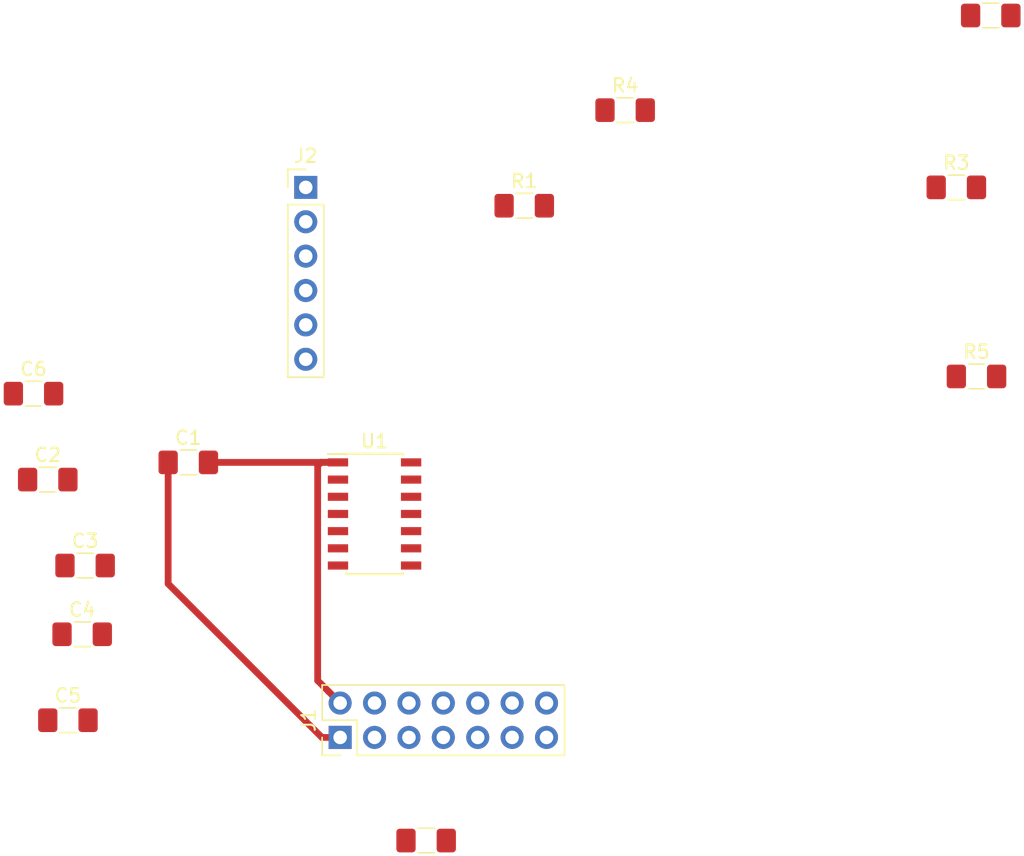
<source format=kicad_pcb>
(kicad_pcb (version 20171130) (host pcbnew "(5.0.0)")

  (general
    (thickness 1.6)
    (drawings 0)
    (tracks 9)
    (zones 0)
    (modules 15)
    (nets 21)
  )

  (page A4)
  (layers
    (0 F.Cu signal)
    (31 B.Cu signal hide)
    (32 B.Adhes user hide)
    (33 F.Adhes user hide)
    (34 B.Paste user hide)
    (35 F.Paste user hide)
    (36 B.SilkS user hide)
    (37 F.SilkS user)
    (38 B.Mask user hide)
    (39 F.Mask user)
    (40 Dwgs.User user hide)
    (41 Cmts.User user hide)
    (42 Eco1.User user hide)
    (43 Eco2.User user hide)
    (44 Edge.Cuts user hide)
    (45 Margin user hide)
    (46 B.CrtYd user)
    (47 F.CrtYd user)
    (48 B.Fab user hide)
    (49 F.Fab user)
  )

  (setup
    (last_trace_width 0.25)
    (trace_clearance 0.2)
    (zone_clearance 0.508)
    (zone_45_only no)
    (trace_min 0.2)
    (segment_width 0.2)
    (edge_width 0.15)
    (via_size 0.8)
    (via_drill 0.4)
    (via_min_size 0.4)
    (via_min_drill 0.3)
    (uvia_size 0.3)
    (uvia_drill 0.1)
    (uvias_allowed no)
    (uvia_min_size 0.2)
    (uvia_min_drill 0.1)
    (pcb_text_width 0.3)
    (pcb_text_size 1.5 1.5)
    (mod_edge_width 0.15)
    (mod_text_size 1 1)
    (mod_text_width 0.15)
    (pad_size 1.524 1.524)
    (pad_drill 0.762)
    (pad_to_mask_clearance 0.2)
    (aux_axis_origin 0 0)
    (visible_elements 7FFFE7DF)
    (pcbplotparams
      (layerselection 0x010fc_ffffffff)
      (usegerberextensions false)
      (usegerberattributes false)
      (usegerberadvancedattributes false)
      (creategerberjobfile false)
      (excludeedgelayer true)
      (linewidth 0.100000)
      (plotframeref false)
      (viasonmask false)
      (mode 1)
      (useauxorigin false)
      (hpglpennumber 1)
      (hpglpenspeed 20)
      (hpglpendiameter 15.000000)
      (psnegative false)
      (psa4output false)
      (plotreference true)
      (plotvalue true)
      (plotinvisibletext false)
      (padsonsilk false)
      (subtractmaskfromsilk false)
      (outputformat 1)
      (mirror false)
      (drillshape 1)
      (scaleselection 1)
      (outputdirectory ""))
  )

  (net 0 "")
  (net 1 "Net-(C1-Pad1)")
  (net 2 "Net-(C1-Pad2)")
  (net 3 "Net-(C2-Pad2)")
  (net 4 "Net-(C2-Pad1)")
  (net 5 "Net-(C3-Pad1)")
  (net 6 "Net-(C3-Pad2)")
  (net 7 "Net-(C4-Pad2)")
  (net 8 "Net-(C4-Pad1)")
  (net 9 "Net-(C5-Pad1)")
  (net 10 "Net-(C5-Pad2)")
  (net 11 "Net-(C6-Pad2)")
  (net 12 "Net-(C6-Pad1)")
  (net 13 VDC)
  (net 14 GND)
  (net 15 "Net-(J2-Pad1)")
  (net 16 "Net-(J2-Pad2)")
  (net 17 "Net-(J2-Pad3)")
  (net 18 "Net-(J2-Pad4)")
  (net 19 "Net-(J2-Pad5)")
  (net 20 "Net-(J2-Pad6)")

  (net_class Default "Это класс цепей по умолчанию."
    (clearance 0.2)
    (trace_width 0.25)
    (via_dia 0.8)
    (via_drill 0.4)
    (uvia_dia 0.3)
    (uvia_drill 0.1)
  )

  (net_class My ""
    (clearance 0.5)
    (trace_width 0.5)
    (via_dia 0.8)
    (via_drill 0.4)
    (uvia_dia 0.3)
    (uvia_drill 0.1)
    (add_net GND)
    (add_net "Net-(C1-Pad1)")
    (add_net "Net-(C1-Pad2)")
    (add_net "Net-(C2-Pad1)")
    (add_net "Net-(C2-Pad2)")
    (add_net "Net-(C3-Pad1)")
    (add_net "Net-(C3-Pad2)")
    (add_net "Net-(C4-Pad1)")
    (add_net "Net-(C4-Pad2)")
    (add_net "Net-(C5-Pad1)")
    (add_net "Net-(C5-Pad2)")
    (add_net "Net-(C6-Pad1)")
    (add_net "Net-(C6-Pad2)")
    (add_net "Net-(J2-Pad1)")
    (add_net "Net-(J2-Pad2)")
    (add_net "Net-(J2-Pad3)")
    (add_net "Net-(J2-Pad4)")
    (add_net "Net-(J2-Pad5)")
    (add_net "Net-(J2-Pad6)")
    (add_net VDC)
  )

  (module Package_SO:SOIC-14_3.9x8.7mm_P1.27mm (layer F.Cu) (tedit 5A02F2D3) (tstamp 5BC953D7)
    (at 111.76 113.03)
    (descr "14-Lead Plastic Small Outline (SL) - Narrow, 3.90 mm Body [SOIC] (see Microchip Packaging Specification 00000049BS.pdf)")
    (tags "SOIC 1.27")
    (path /5BB66F0C)
    (attr smd)
    (fp_text reference U1 (at 0 -5.375) (layer F.SilkS)
      (effects (font (size 1 1) (thickness 0.15)))
    )
    (fp_text value 74HC14 (at 0 5.375) (layer F.Fab)
      (effects (font (size 1 1) (thickness 0.15)))
    )
    (fp_text user %R (at 0 0) (layer F.Fab)
      (effects (font (size 0.9 0.9) (thickness 0.135)))
    )
    (fp_line (start -0.95 -4.35) (end 1.95 -4.35) (layer F.Fab) (width 0.15))
    (fp_line (start 1.95 -4.35) (end 1.95 4.35) (layer F.Fab) (width 0.15))
    (fp_line (start 1.95 4.35) (end -1.95 4.35) (layer F.Fab) (width 0.15))
    (fp_line (start -1.95 4.35) (end -1.95 -3.35) (layer F.Fab) (width 0.15))
    (fp_line (start -1.95 -3.35) (end -0.95 -4.35) (layer F.Fab) (width 0.15))
    (fp_line (start -3.7 -4.65) (end -3.7 4.65) (layer F.CrtYd) (width 0.05))
    (fp_line (start 3.7 -4.65) (end 3.7 4.65) (layer F.CrtYd) (width 0.05))
    (fp_line (start -3.7 -4.65) (end 3.7 -4.65) (layer F.CrtYd) (width 0.05))
    (fp_line (start -3.7 4.65) (end 3.7 4.65) (layer F.CrtYd) (width 0.05))
    (fp_line (start -2.075 -4.45) (end -2.075 -4.425) (layer F.SilkS) (width 0.15))
    (fp_line (start 2.075 -4.45) (end 2.075 -4.335) (layer F.SilkS) (width 0.15))
    (fp_line (start 2.075 4.45) (end 2.075 4.335) (layer F.SilkS) (width 0.15))
    (fp_line (start -2.075 4.45) (end -2.075 4.335) (layer F.SilkS) (width 0.15))
    (fp_line (start -2.075 -4.45) (end 2.075 -4.45) (layer F.SilkS) (width 0.15))
    (fp_line (start -2.075 4.45) (end 2.075 4.45) (layer F.SilkS) (width 0.15))
    (fp_line (start -2.075 -4.425) (end -3.45 -4.425) (layer F.SilkS) (width 0.15))
    (pad 1 smd rect (at -2.7 -3.81) (size 1.5 0.6) (layers F.Cu F.Paste F.Mask)
      (net 2 "Net-(C1-Pad2)"))
    (pad 2 smd rect (at -2.7 -2.54) (size 1.5 0.6) (layers F.Cu F.Paste F.Mask)
      (net 15 "Net-(J2-Pad1)"))
    (pad 3 smd rect (at -2.7 -1.27) (size 1.5 0.6) (layers F.Cu F.Paste F.Mask)
      (net 3 "Net-(C2-Pad2)"))
    (pad 4 smd rect (at -2.7 0) (size 1.5 0.6) (layers F.Cu F.Paste F.Mask)
      (net 16 "Net-(J2-Pad2)"))
    (pad 5 smd rect (at -2.7 1.27) (size 1.5 0.6) (layers F.Cu F.Paste F.Mask)
      (net 6 "Net-(C3-Pad2)"))
    (pad 6 smd rect (at -2.7 2.54) (size 1.5 0.6) (layers F.Cu F.Paste F.Mask)
      (net 17 "Net-(J2-Pad3)"))
    (pad 7 smd rect (at -2.7 3.81) (size 1.5 0.6) (layers F.Cu F.Paste F.Mask)
      (net 14 GND))
    (pad 8 smd rect (at 2.7 3.81) (size 1.5 0.6) (layers F.Cu F.Paste F.Mask)
      (net 18 "Net-(J2-Pad4)"))
    (pad 9 smd rect (at 2.7 2.54) (size 1.5 0.6) (layers F.Cu F.Paste F.Mask)
      (net 7 "Net-(C4-Pad2)"))
    (pad 10 smd rect (at 2.7 1.27) (size 1.5 0.6) (layers F.Cu F.Paste F.Mask)
      (net 19 "Net-(J2-Pad5)"))
    (pad 11 smd rect (at 2.7 0) (size 1.5 0.6) (layers F.Cu F.Paste F.Mask)
      (net 10 "Net-(C5-Pad2)"))
    (pad 12 smd rect (at 2.7 -1.27) (size 1.5 0.6) (layers F.Cu F.Paste F.Mask)
      (net 20 "Net-(J2-Pad6)"))
    (pad 13 smd rect (at 2.7 -2.54) (size 1.5 0.6) (layers F.Cu F.Paste F.Mask)
      (net 11 "Net-(C6-Pad2)"))
    (pad 14 smd rect (at 2.7 -3.81) (size 1.5 0.6) (layers F.Cu F.Paste F.Mask)
      (net 13 VDC))
    (model ${KISYS3DMOD}/Package_SO.3dshapes/SOIC-14_3.9x8.7mm_P1.27mm.wrl
      (at (xyz 0 0 0))
      (scale (xyz 1 1 1))
      (rotate (xyz 0 0 0))
    )
  )

  (module Capacitor_SMD:C_1206_3216Metric_Pad1.42x1.75mm_HandSolder (layer F.Cu) (tedit 5B301BBE) (tstamp 5BC952BB)
    (at 98.0075 109.22)
    (descr "Capacitor SMD 1206 (3216 Metric), square (rectangular) end terminal, IPC_7351 nominal with elongated pad for handsoldering. (Body size source: http://www.tortai-tech.com/upload/download/2011102023233369053.pdf), generated with kicad-footprint-generator")
    (tags "capacitor handsolder")
    (path /5BB6BD52)
    (attr smd)
    (fp_text reference C1 (at 0 -1.82) (layer F.SilkS)
      (effects (font (size 1 1) (thickness 0.15)))
    )
    (fp_text value C100p (at 0 1.82) (layer F.Fab)
      (effects (font (size 1 1) (thickness 0.15)))
    )
    (fp_line (start -1.6 0.8) (end -1.6 -0.8) (layer F.Fab) (width 0.1))
    (fp_line (start -1.6 -0.8) (end 1.6 -0.8) (layer F.Fab) (width 0.1))
    (fp_line (start 1.6 -0.8) (end 1.6 0.8) (layer F.Fab) (width 0.1))
    (fp_line (start 1.6 0.8) (end -1.6 0.8) (layer F.Fab) (width 0.1))
    (fp_line (start -0.602064 -0.91) (end 0.602064 -0.91) (layer F.SilkS) (width 0.12))
    (fp_line (start -0.602064 0.91) (end 0.602064 0.91) (layer F.SilkS) (width 0.12))
    (fp_line (start -2.45 1.12) (end -2.45 -1.12) (layer F.CrtYd) (width 0.05))
    (fp_line (start -2.45 -1.12) (end 2.45 -1.12) (layer F.CrtYd) (width 0.05))
    (fp_line (start 2.45 -1.12) (end 2.45 1.12) (layer F.CrtYd) (width 0.05))
    (fp_line (start 2.45 1.12) (end -2.45 1.12) (layer F.CrtYd) (width 0.05))
    (fp_text user %R (at 0 0) (layer F.Fab)
      (effects (font (size 0.8 0.8) (thickness 0.12)))
    )
    (pad 1 smd roundrect (at -1.4875 0) (size 1.425 1.75) (layers F.Cu F.Paste F.Mask) (roundrect_rratio 0.175439)
      (net 1 "Net-(C1-Pad1)"))
    (pad 2 smd roundrect (at 1.4875 0) (size 1.425 1.75) (layers F.Cu F.Paste F.Mask) (roundrect_rratio 0.175439)
      (net 2 "Net-(C1-Pad2)"))
    (model ${KISYS3DMOD}/Capacitor_SMD.3dshapes/C_1206_3216Metric.wrl
      (at (xyz 0 0 0))
      (scale (xyz 1 1 1))
      (rotate (xyz 0 0 0))
    )
  )

  (module Capacitor_SMD:C_1206_3216Metric_Pad1.42x1.75mm_HandSolder (layer F.Cu) (tedit 5B301BBE) (tstamp 5BC952CC)
    (at 87.63 110.49)
    (descr "Capacitor SMD 1206 (3216 Metric), square (rectangular) end terminal, IPC_7351 nominal with elongated pad for handsoldering. (Body size source: http://www.tortai-tech.com/upload/download/2011102023233369053.pdf), generated with kicad-footprint-generator")
    (tags "capacitor handsolder")
    (path /5BB6D18B)
    (attr smd)
    (fp_text reference C2 (at 0 -1.82) (layer F.SilkS)
      (effects (font (size 1 1) (thickness 0.15)))
    )
    (fp_text value C100p (at 0 1.82) (layer F.Fab)
      (effects (font (size 1 1) (thickness 0.15)))
    )
    (fp_text user %R (at 0 0) (layer F.Fab)
      (effects (font (size 0.8 0.8) (thickness 0.12)))
    )
    (fp_line (start 2.45 1.12) (end -2.45 1.12) (layer F.CrtYd) (width 0.05))
    (fp_line (start 2.45 -1.12) (end 2.45 1.12) (layer F.CrtYd) (width 0.05))
    (fp_line (start -2.45 -1.12) (end 2.45 -1.12) (layer F.CrtYd) (width 0.05))
    (fp_line (start -2.45 1.12) (end -2.45 -1.12) (layer F.CrtYd) (width 0.05))
    (fp_line (start -0.602064 0.91) (end 0.602064 0.91) (layer F.SilkS) (width 0.12))
    (fp_line (start -0.602064 -0.91) (end 0.602064 -0.91) (layer F.SilkS) (width 0.12))
    (fp_line (start 1.6 0.8) (end -1.6 0.8) (layer F.Fab) (width 0.1))
    (fp_line (start 1.6 -0.8) (end 1.6 0.8) (layer F.Fab) (width 0.1))
    (fp_line (start -1.6 -0.8) (end 1.6 -0.8) (layer F.Fab) (width 0.1))
    (fp_line (start -1.6 0.8) (end -1.6 -0.8) (layer F.Fab) (width 0.1))
    (pad 2 smd roundrect (at 1.4875 0) (size 1.425 1.75) (layers F.Cu F.Paste F.Mask) (roundrect_rratio 0.175439)
      (net 3 "Net-(C2-Pad2)"))
    (pad 1 smd roundrect (at -1.4875 0) (size 1.425 1.75) (layers F.Cu F.Paste F.Mask) (roundrect_rratio 0.175439)
      (net 4 "Net-(C2-Pad1)"))
    (model ${KISYS3DMOD}/Capacitor_SMD.3dshapes/C_1206_3216Metric.wrl
      (at (xyz 0 0 0))
      (scale (xyz 1 1 1))
      (rotate (xyz 0 0 0))
    )
  )

  (module Capacitor_SMD:C_1206_3216Metric_Pad1.42x1.75mm_HandSolder (layer F.Cu) (tedit 5B301BBE) (tstamp 5BC95C34)
    (at 90.3875 116.84)
    (descr "Capacitor SMD 1206 (3216 Metric), square (rectangular) end terminal, IPC_7351 nominal with elongated pad for handsoldering. (Body size source: http://www.tortai-tech.com/upload/download/2011102023233369053.pdf), generated with kicad-footprint-generator")
    (tags "capacitor handsolder")
    (path /5BB6D1D0)
    (attr smd)
    (fp_text reference C3 (at 0 -1.82) (layer F.SilkS)
      (effects (font (size 1 1) (thickness 0.15)))
    )
    (fp_text value C100p (at 0 1.82) (layer F.Fab)
      (effects (font (size 1 1) (thickness 0.15)))
    )
    (fp_line (start -1.6 0.8) (end -1.6 -0.8) (layer F.Fab) (width 0.1))
    (fp_line (start -1.6 -0.8) (end 1.6 -0.8) (layer F.Fab) (width 0.1))
    (fp_line (start 1.6 -0.8) (end 1.6 0.8) (layer F.Fab) (width 0.1))
    (fp_line (start 1.6 0.8) (end -1.6 0.8) (layer F.Fab) (width 0.1))
    (fp_line (start -0.602064 -0.91) (end 0.602064 -0.91) (layer F.SilkS) (width 0.12))
    (fp_line (start -0.602064 0.91) (end 0.602064 0.91) (layer F.SilkS) (width 0.12))
    (fp_line (start -2.45 1.12) (end -2.45 -1.12) (layer F.CrtYd) (width 0.05))
    (fp_line (start -2.45 -1.12) (end 2.45 -1.12) (layer F.CrtYd) (width 0.05))
    (fp_line (start 2.45 -1.12) (end 2.45 1.12) (layer F.CrtYd) (width 0.05))
    (fp_line (start 2.45 1.12) (end -2.45 1.12) (layer F.CrtYd) (width 0.05))
    (fp_text user %R (at 0 0) (layer F.Fab)
      (effects (font (size 0.8 0.8) (thickness 0.12)))
    )
    (pad 1 smd roundrect (at -1.4875 0) (size 1.425 1.75) (layers F.Cu F.Paste F.Mask) (roundrect_rratio 0.175439)
      (net 5 "Net-(C3-Pad1)"))
    (pad 2 smd roundrect (at 1.4875 0) (size 1.425 1.75) (layers F.Cu F.Paste F.Mask) (roundrect_rratio 0.175439)
      (net 6 "Net-(C3-Pad2)"))
    (model ${KISYS3DMOD}/Capacitor_SMD.3dshapes/C_1206_3216Metric.wrl
      (at (xyz 0 0 0))
      (scale (xyz 1 1 1))
      (rotate (xyz 0 0 0))
    )
  )

  (module Capacitor_SMD:C_1206_3216Metric_Pad1.42x1.75mm_HandSolder (layer F.Cu) (tedit 5B301BBE) (tstamp 5BC952EE)
    (at 90.17 121.92)
    (descr "Capacitor SMD 1206 (3216 Metric), square (rectangular) end terminal, IPC_7351 nominal with elongated pad for handsoldering. (Body size source: http://www.tortai-tech.com/upload/download/2011102023233369053.pdf), generated with kicad-footprint-generator")
    (tags "capacitor handsolder")
    (path /5BB6D20B)
    (attr smd)
    (fp_text reference C4 (at 0 -1.82) (layer F.SilkS)
      (effects (font (size 1 1) (thickness 0.15)))
    )
    (fp_text value C100p (at 0 1.82) (layer F.Fab)
      (effects (font (size 1 1) (thickness 0.15)))
    )
    (fp_text user %R (at 0 0) (layer F.Fab)
      (effects (font (size 0.8 0.8) (thickness 0.12)))
    )
    (fp_line (start 2.45 1.12) (end -2.45 1.12) (layer F.CrtYd) (width 0.05))
    (fp_line (start 2.45 -1.12) (end 2.45 1.12) (layer F.CrtYd) (width 0.05))
    (fp_line (start -2.45 -1.12) (end 2.45 -1.12) (layer F.CrtYd) (width 0.05))
    (fp_line (start -2.45 1.12) (end -2.45 -1.12) (layer F.CrtYd) (width 0.05))
    (fp_line (start -0.602064 0.91) (end 0.602064 0.91) (layer F.SilkS) (width 0.12))
    (fp_line (start -0.602064 -0.91) (end 0.602064 -0.91) (layer F.SilkS) (width 0.12))
    (fp_line (start 1.6 0.8) (end -1.6 0.8) (layer F.Fab) (width 0.1))
    (fp_line (start 1.6 -0.8) (end 1.6 0.8) (layer F.Fab) (width 0.1))
    (fp_line (start -1.6 -0.8) (end 1.6 -0.8) (layer F.Fab) (width 0.1))
    (fp_line (start -1.6 0.8) (end -1.6 -0.8) (layer F.Fab) (width 0.1))
    (pad 2 smd roundrect (at 1.4875 0) (size 1.425 1.75) (layers F.Cu F.Paste F.Mask) (roundrect_rratio 0.175439)
      (net 7 "Net-(C4-Pad2)"))
    (pad 1 smd roundrect (at -1.4875 0) (size 1.425 1.75) (layers F.Cu F.Paste F.Mask) (roundrect_rratio 0.175439)
      (net 8 "Net-(C4-Pad1)"))
    (model ${KISYS3DMOD}/Capacitor_SMD.3dshapes/C_1206_3216Metric.wrl
      (at (xyz 0 0 0))
      (scale (xyz 1 1 1))
      (rotate (xyz 0 0 0))
    )
  )

  (module Capacitor_SMD:C_1206_3216Metric_Pad1.42x1.75mm_HandSolder (layer F.Cu) (tedit 5B301BBE) (tstamp 5BC952FF)
    (at 89.1175 128.27)
    (descr "Capacitor SMD 1206 (3216 Metric), square (rectangular) end terminal, IPC_7351 nominal with elongated pad for handsoldering. (Body size source: http://www.tortai-tech.com/upload/download/2011102023233369053.pdf), generated with kicad-footprint-generator")
    (tags "capacitor handsolder")
    (path /5BB6D244)
    (attr smd)
    (fp_text reference C5 (at 0 -1.82) (layer F.SilkS)
      (effects (font (size 1 1) (thickness 0.15)))
    )
    (fp_text value C100p (at 0 1.82) (layer F.Fab)
      (effects (font (size 1 1) (thickness 0.15)))
    )
    (fp_line (start -1.6 0.8) (end -1.6 -0.8) (layer F.Fab) (width 0.1))
    (fp_line (start -1.6 -0.8) (end 1.6 -0.8) (layer F.Fab) (width 0.1))
    (fp_line (start 1.6 -0.8) (end 1.6 0.8) (layer F.Fab) (width 0.1))
    (fp_line (start 1.6 0.8) (end -1.6 0.8) (layer F.Fab) (width 0.1))
    (fp_line (start -0.602064 -0.91) (end 0.602064 -0.91) (layer F.SilkS) (width 0.12))
    (fp_line (start -0.602064 0.91) (end 0.602064 0.91) (layer F.SilkS) (width 0.12))
    (fp_line (start -2.45 1.12) (end -2.45 -1.12) (layer F.CrtYd) (width 0.05))
    (fp_line (start -2.45 -1.12) (end 2.45 -1.12) (layer F.CrtYd) (width 0.05))
    (fp_line (start 2.45 -1.12) (end 2.45 1.12) (layer F.CrtYd) (width 0.05))
    (fp_line (start 2.45 1.12) (end -2.45 1.12) (layer F.CrtYd) (width 0.05))
    (fp_text user %R (at 0 0) (layer F.Fab)
      (effects (font (size 0.8 0.8) (thickness 0.12)))
    )
    (pad 1 smd roundrect (at -1.4875 0) (size 1.425 1.75) (layers F.Cu F.Paste F.Mask) (roundrect_rratio 0.175439)
      (net 9 "Net-(C5-Pad1)"))
    (pad 2 smd roundrect (at 1.4875 0) (size 1.425 1.75) (layers F.Cu F.Paste F.Mask) (roundrect_rratio 0.175439)
      (net 10 "Net-(C5-Pad2)"))
    (model ${KISYS3DMOD}/Capacitor_SMD.3dshapes/C_1206_3216Metric.wrl
      (at (xyz 0 0 0))
      (scale (xyz 1 1 1))
      (rotate (xyz 0 0 0))
    )
  )

  (module Capacitor_SMD:C_1206_3216Metric_Pad1.42x1.75mm_HandSolder (layer F.Cu) (tedit 5B301BBE) (tstamp 5BC95310)
    (at 86.5775 104.14)
    (descr "Capacitor SMD 1206 (3216 Metric), square (rectangular) end terminal, IPC_7351 nominal with elongated pad for handsoldering. (Body size source: http://www.tortai-tech.com/upload/download/2011102023233369053.pdf), generated with kicad-footprint-generator")
    (tags "capacitor handsolder")
    (path /5BB6D27F)
    (attr smd)
    (fp_text reference C6 (at 0 -1.82) (layer F.SilkS)
      (effects (font (size 1 1) (thickness 0.15)))
    )
    (fp_text value C100p (at 0 1.82) (layer F.Fab)
      (effects (font (size 1 1) (thickness 0.15)))
    )
    (fp_text user %R (at 0 0) (layer F.Fab)
      (effects (font (size 0.8 0.8) (thickness 0.12)))
    )
    (fp_line (start 2.45 1.12) (end -2.45 1.12) (layer F.CrtYd) (width 0.05))
    (fp_line (start 2.45 -1.12) (end 2.45 1.12) (layer F.CrtYd) (width 0.05))
    (fp_line (start -2.45 -1.12) (end 2.45 -1.12) (layer F.CrtYd) (width 0.05))
    (fp_line (start -2.45 1.12) (end -2.45 -1.12) (layer F.CrtYd) (width 0.05))
    (fp_line (start -0.602064 0.91) (end 0.602064 0.91) (layer F.SilkS) (width 0.12))
    (fp_line (start -0.602064 -0.91) (end 0.602064 -0.91) (layer F.SilkS) (width 0.12))
    (fp_line (start 1.6 0.8) (end -1.6 0.8) (layer F.Fab) (width 0.1))
    (fp_line (start 1.6 -0.8) (end 1.6 0.8) (layer F.Fab) (width 0.1))
    (fp_line (start -1.6 -0.8) (end 1.6 -0.8) (layer F.Fab) (width 0.1))
    (fp_line (start -1.6 0.8) (end -1.6 -0.8) (layer F.Fab) (width 0.1))
    (pad 2 smd roundrect (at 1.4875 0) (size 1.425 1.75) (layers F.Cu F.Paste F.Mask) (roundrect_rratio 0.175439)
      (net 11 "Net-(C6-Pad2)"))
    (pad 1 smd roundrect (at -1.4875 0) (size 1.425 1.75) (layers F.Cu F.Paste F.Mask) (roundrect_rratio 0.175439)
      (net 12 "Net-(C6-Pad1)"))
    (model ${KISYS3DMOD}/Capacitor_SMD.3dshapes/C_1206_3216Metric.wrl
      (at (xyz 0 0 0))
      (scale (xyz 1 1 1))
      (rotate (xyz 0 0 0))
    )
  )

  (module Connector_PinHeader_2.54mm:PinHeader_2x07_P2.54mm_Vertical (layer F.Cu) (tedit 59FED5CC) (tstamp 5BC95334)
    (at 109.22 129.54 90)
    (descr "Through hole straight pin header, 2x07, 2.54mm pitch, double rows")
    (tags "Through hole pin header THT 2x07 2.54mm double row")
    (path /5BBA7CFB)
    (fp_text reference J1 (at 1.27 -2.33 90) (layer F.SilkS)
      (effects (font (size 1 1) (thickness 0.15)))
    )
    (fp_text value Conn_02x07_Row_Letter_Last (at 1.27 17.57 90) (layer F.Fab)
      (effects (font (size 1 1) (thickness 0.15)))
    )
    (fp_line (start 0 -1.27) (end 3.81 -1.27) (layer F.Fab) (width 0.1))
    (fp_line (start 3.81 -1.27) (end 3.81 16.51) (layer F.Fab) (width 0.1))
    (fp_line (start 3.81 16.51) (end -1.27 16.51) (layer F.Fab) (width 0.1))
    (fp_line (start -1.27 16.51) (end -1.27 0) (layer F.Fab) (width 0.1))
    (fp_line (start -1.27 0) (end 0 -1.27) (layer F.Fab) (width 0.1))
    (fp_line (start -1.33 16.57) (end 3.87 16.57) (layer F.SilkS) (width 0.12))
    (fp_line (start -1.33 1.27) (end -1.33 16.57) (layer F.SilkS) (width 0.12))
    (fp_line (start 3.87 -1.33) (end 3.87 16.57) (layer F.SilkS) (width 0.12))
    (fp_line (start -1.33 1.27) (end 1.27 1.27) (layer F.SilkS) (width 0.12))
    (fp_line (start 1.27 1.27) (end 1.27 -1.33) (layer F.SilkS) (width 0.12))
    (fp_line (start 1.27 -1.33) (end 3.87 -1.33) (layer F.SilkS) (width 0.12))
    (fp_line (start -1.33 0) (end -1.33 -1.33) (layer F.SilkS) (width 0.12))
    (fp_line (start -1.33 -1.33) (end 0 -1.33) (layer F.SilkS) (width 0.12))
    (fp_line (start -1.8 -1.8) (end -1.8 17.05) (layer F.CrtYd) (width 0.05))
    (fp_line (start -1.8 17.05) (end 4.35 17.05) (layer F.CrtYd) (width 0.05))
    (fp_line (start 4.35 17.05) (end 4.35 -1.8) (layer F.CrtYd) (width 0.05))
    (fp_line (start 4.35 -1.8) (end -1.8 -1.8) (layer F.CrtYd) (width 0.05))
    (fp_text user %R (at 1.27 7.62 180) (layer F.Fab)
      (effects (font (size 1 1) (thickness 0.15)))
    )
    (pad 1 thru_hole rect (at 0 0 90) (size 1.7 1.7) (drill 1) (layers *.Cu *.Mask)
      (net 1 "Net-(C1-Pad1)"))
    (pad 2 thru_hole oval (at 2.54 0 90) (size 1.7 1.7) (drill 1) (layers *.Cu *.Mask)
      (net 2 "Net-(C1-Pad2)"))
    (pad 3 thru_hole oval (at 0 2.54 90) (size 1.7 1.7) (drill 1) (layers *.Cu *.Mask)
      (net 4 "Net-(C2-Pad1)"))
    (pad 4 thru_hole oval (at 2.54 2.54 90) (size 1.7 1.7) (drill 1) (layers *.Cu *.Mask)
      (net 3 "Net-(C2-Pad2)"))
    (pad 5 thru_hole oval (at 0 5.08 90) (size 1.7 1.7) (drill 1) (layers *.Cu *.Mask)
      (net 5 "Net-(C3-Pad1)"))
    (pad 6 thru_hole oval (at 2.54 5.08 90) (size 1.7 1.7) (drill 1) (layers *.Cu *.Mask)
      (net 6 "Net-(C3-Pad2)"))
    (pad 7 thru_hole oval (at 0 7.62 90) (size 1.7 1.7) (drill 1) (layers *.Cu *.Mask)
      (net 8 "Net-(C4-Pad1)"))
    (pad 8 thru_hole oval (at 2.54 7.62 90) (size 1.7 1.7) (drill 1) (layers *.Cu *.Mask)
      (net 7 "Net-(C4-Pad2)"))
    (pad 9 thru_hole oval (at 0 10.16 90) (size 1.7 1.7) (drill 1) (layers *.Cu *.Mask)
      (net 9 "Net-(C5-Pad1)"))
    (pad 10 thru_hole oval (at 2.54 10.16 90) (size 1.7 1.7) (drill 1) (layers *.Cu *.Mask)
      (net 10 "Net-(C5-Pad2)"))
    (pad 11 thru_hole oval (at 0 12.7 90) (size 1.7 1.7) (drill 1) (layers *.Cu *.Mask)
      (net 12 "Net-(C6-Pad1)"))
    (pad 12 thru_hole oval (at 2.54 12.7 90) (size 1.7 1.7) (drill 1) (layers *.Cu *.Mask)
      (net 11 "Net-(C6-Pad2)"))
    (pad 13 thru_hole oval (at 0 15.24 90) (size 1.7 1.7) (drill 1) (layers *.Cu *.Mask)
      (net 13 VDC))
    (pad 14 thru_hole oval (at 2.54 15.24 90) (size 1.7 1.7) (drill 1) (layers *.Cu *.Mask)
      (net 14 GND))
    (model ${KISYS3DMOD}/Connector_PinHeader_2.54mm.3dshapes/PinHeader_2x07_P2.54mm_Vertical.wrl
      (at (xyz 0 0 0))
      (scale (xyz 1 1 1))
      (rotate (xyz 0 0 0))
    )
  )

  (module Connector_PinHeader_2.54mm:PinHeader_1x06_P2.54mm_Vertical (layer F.Cu) (tedit 59FED5CC) (tstamp 5BC9534E)
    (at 106.68 88.9)
    (descr "Through hole straight pin header, 1x06, 2.54mm pitch, single row")
    (tags "Through hole pin header THT 1x06 2.54mm single row")
    (path /5BB71101)
    (fp_text reference J2 (at 0 -2.33) (layer F.SilkS)
      (effects (font (size 1 1) (thickness 0.15)))
    )
    (fp_text value Conn_01x06_Male (at 0 15.03) (layer F.Fab)
      (effects (font (size 1 1) (thickness 0.15)))
    )
    (fp_line (start -0.635 -1.27) (end 1.27 -1.27) (layer F.Fab) (width 0.1))
    (fp_line (start 1.27 -1.27) (end 1.27 13.97) (layer F.Fab) (width 0.1))
    (fp_line (start 1.27 13.97) (end -1.27 13.97) (layer F.Fab) (width 0.1))
    (fp_line (start -1.27 13.97) (end -1.27 -0.635) (layer F.Fab) (width 0.1))
    (fp_line (start -1.27 -0.635) (end -0.635 -1.27) (layer F.Fab) (width 0.1))
    (fp_line (start -1.33 14.03) (end 1.33 14.03) (layer F.SilkS) (width 0.12))
    (fp_line (start -1.33 1.27) (end -1.33 14.03) (layer F.SilkS) (width 0.12))
    (fp_line (start 1.33 1.27) (end 1.33 14.03) (layer F.SilkS) (width 0.12))
    (fp_line (start -1.33 1.27) (end 1.33 1.27) (layer F.SilkS) (width 0.12))
    (fp_line (start -1.33 0) (end -1.33 -1.33) (layer F.SilkS) (width 0.12))
    (fp_line (start -1.33 -1.33) (end 0 -1.33) (layer F.SilkS) (width 0.12))
    (fp_line (start -1.8 -1.8) (end -1.8 14.5) (layer F.CrtYd) (width 0.05))
    (fp_line (start -1.8 14.5) (end 1.8 14.5) (layer F.CrtYd) (width 0.05))
    (fp_line (start 1.8 14.5) (end 1.8 -1.8) (layer F.CrtYd) (width 0.05))
    (fp_line (start 1.8 -1.8) (end -1.8 -1.8) (layer F.CrtYd) (width 0.05))
    (fp_text user %R (at 0 6.35 90) (layer F.Fab)
      (effects (font (size 1 1) (thickness 0.15)))
    )
    (pad 1 thru_hole rect (at 0 0) (size 1.7 1.7) (drill 1) (layers *.Cu *.Mask)
      (net 15 "Net-(J2-Pad1)"))
    (pad 2 thru_hole oval (at 0 2.54) (size 1.7 1.7) (drill 1) (layers *.Cu *.Mask)
      (net 16 "Net-(J2-Pad2)"))
    (pad 3 thru_hole oval (at 0 5.08) (size 1.7 1.7) (drill 1) (layers *.Cu *.Mask)
      (net 17 "Net-(J2-Pad3)"))
    (pad 4 thru_hole oval (at 0 7.62) (size 1.7 1.7) (drill 1) (layers *.Cu *.Mask)
      (net 18 "Net-(J2-Pad4)"))
    (pad 5 thru_hole oval (at 0 10.16) (size 1.7 1.7) (drill 1) (layers *.Cu *.Mask)
      (net 19 "Net-(J2-Pad5)"))
    (pad 6 thru_hole oval (at 0 12.7) (size 1.7 1.7) (drill 1) (layers *.Cu *.Mask)
      (net 20 "Net-(J2-Pad6)"))
    (model ${KISYS3DMOD}/Connector_PinHeader_2.54mm.3dshapes/PinHeader_1x06_P2.54mm_Vertical.wrl
      (at (xyz 0 0 0))
      (scale (xyz 1 1 1))
      (rotate (xyz 0 0 0))
    )
  )

  (module Resistor_SMD:R_1206_3216Metric_Pad1.42x1.75mm_HandSolder (layer F.Cu) (tedit 5B301BBD) (tstamp 5BC9535F)
    (at 122.815001 90.255001)
    (descr "Resistor SMD 1206 (3216 Metric), square (rectangular) end terminal, IPC_7351 nominal with elongated pad for handsoldering. (Body size source: http://www.tortai-tech.com/upload/download/2011102023233369053.pdf), generated with kicad-footprint-generator")
    (tags "resistor handsolder")
    (path /5BB68F1A)
    (attr smd)
    (fp_text reference R1 (at 0 -1.82) (layer F.SilkS)
      (effects (font (size 1 1) (thickness 0.15)))
    )
    (fp_text value R10K (at 0 1.82) (layer F.Fab)
      (effects (font (size 1 1) (thickness 0.15)))
    )
    (fp_line (start -1.6 0.8) (end -1.6 -0.8) (layer F.Fab) (width 0.1))
    (fp_line (start -1.6 -0.8) (end 1.6 -0.8) (layer F.Fab) (width 0.1))
    (fp_line (start 1.6 -0.8) (end 1.6 0.8) (layer F.Fab) (width 0.1))
    (fp_line (start 1.6 0.8) (end -1.6 0.8) (layer F.Fab) (width 0.1))
    (fp_line (start -0.602064 -0.91) (end 0.602064 -0.91) (layer F.SilkS) (width 0.12))
    (fp_line (start -0.602064 0.91) (end 0.602064 0.91) (layer F.SilkS) (width 0.12))
    (fp_line (start -2.45 1.12) (end -2.45 -1.12) (layer F.CrtYd) (width 0.05))
    (fp_line (start -2.45 -1.12) (end 2.45 -1.12) (layer F.CrtYd) (width 0.05))
    (fp_line (start 2.45 -1.12) (end 2.45 1.12) (layer F.CrtYd) (width 0.05))
    (fp_line (start 2.45 1.12) (end -2.45 1.12) (layer F.CrtYd) (width 0.05))
    (fp_text user %R (at 0 0) (layer F.Fab)
      (effects (font (size 0.8 0.8) (thickness 0.12)))
    )
    (pad 1 smd roundrect (at -1.4875 0) (size 1.425 1.75) (layers F.Cu F.Paste F.Mask) (roundrect_rratio 0.175439)
      (net 14 GND))
    (pad 2 smd roundrect (at 1.4875 0) (size 1.425 1.75) (layers F.Cu F.Paste F.Mask) (roundrect_rratio 0.175439)
      (net 2 "Net-(C1-Pad2)"))
    (model ${KISYS3DMOD}/Resistor_SMD.3dshapes/R_1206_3216Metric.wrl
      (at (xyz 0 0 0))
      (scale (xyz 1 1 1))
      (rotate (xyz 0 0 0))
    )
  )

  (module Resistor_SMD:R_1206_3216Metric_Pad1.42x1.75mm_HandSolder (layer F.Cu) (tedit 5B301BBD) (tstamp 5BC95370)
    (at 157.2625 76.2)
    (descr "Resistor SMD 1206 (3216 Metric), square (rectangular) end terminal, IPC_7351 nominal with elongated pad for handsoldering. (Body size source: http://www.tortai-tech.com/upload/download/2011102023233369053.pdf), generated with kicad-footprint-generator")
    (tags "resistor handsolder")
    (path /5BB69AD8)
    (attr smd)
    (fp_text reference R2 (at 0 -1.82) (layer F.SilkS)
      (effects (font (size 1 1) (thickness 0.15)))
    )
    (fp_text value R10K (at 0 1.82) (layer F.Fab)
      (effects (font (size 1 1) (thickness 0.15)))
    )
    (fp_text user %R (at 0 0) (layer F.Fab)
      (effects (font (size 0.8 0.8) (thickness 0.12)))
    )
    (fp_line (start 2.45 1.12) (end -2.45 1.12) (layer F.CrtYd) (width 0.05))
    (fp_line (start 2.45 -1.12) (end 2.45 1.12) (layer F.CrtYd) (width 0.05))
    (fp_line (start -2.45 -1.12) (end 2.45 -1.12) (layer F.CrtYd) (width 0.05))
    (fp_line (start -2.45 1.12) (end -2.45 -1.12) (layer F.CrtYd) (width 0.05))
    (fp_line (start -0.602064 0.91) (end 0.602064 0.91) (layer F.SilkS) (width 0.12))
    (fp_line (start -0.602064 -0.91) (end 0.602064 -0.91) (layer F.SilkS) (width 0.12))
    (fp_line (start 1.6 0.8) (end -1.6 0.8) (layer F.Fab) (width 0.1))
    (fp_line (start 1.6 -0.8) (end 1.6 0.8) (layer F.Fab) (width 0.1))
    (fp_line (start -1.6 -0.8) (end 1.6 -0.8) (layer F.Fab) (width 0.1))
    (fp_line (start -1.6 0.8) (end -1.6 -0.8) (layer F.Fab) (width 0.1))
    (pad 2 smd roundrect (at 1.4875 0) (size 1.425 1.75) (layers F.Cu F.Paste F.Mask) (roundrect_rratio 0.175439)
      (net 3 "Net-(C2-Pad2)"))
    (pad 1 smd roundrect (at -1.4875 0) (size 1.425 1.75) (layers F.Cu F.Paste F.Mask) (roundrect_rratio 0.175439)
      (net 14 GND))
    (model ${KISYS3DMOD}/Resistor_SMD.3dshapes/R_1206_3216Metric.wrl
      (at (xyz 0 0 0))
      (scale (xyz 1 1 1))
      (rotate (xyz 0 0 0))
    )
  )

  (module Resistor_SMD:R_1206_3216Metric_Pad1.42x1.75mm_HandSolder (layer F.Cu) (tedit 5B301BBD) (tstamp 5BC95381)
    (at 154.7225 88.9)
    (descr "Resistor SMD 1206 (3216 Metric), square (rectangular) end terminal, IPC_7351 nominal with elongated pad for handsoldering. (Body size source: http://www.tortai-tech.com/upload/download/2011102023233369053.pdf), generated with kicad-footprint-generator")
    (tags "resistor handsolder")
    (path /5BB69BA6)
    (attr smd)
    (fp_text reference R3 (at 0 -1.82) (layer F.SilkS)
      (effects (font (size 1 1) (thickness 0.15)))
    )
    (fp_text value R10K (at 0 1.82) (layer F.Fab)
      (effects (font (size 1 1) (thickness 0.15)))
    )
    (fp_line (start -1.6 0.8) (end -1.6 -0.8) (layer F.Fab) (width 0.1))
    (fp_line (start -1.6 -0.8) (end 1.6 -0.8) (layer F.Fab) (width 0.1))
    (fp_line (start 1.6 -0.8) (end 1.6 0.8) (layer F.Fab) (width 0.1))
    (fp_line (start 1.6 0.8) (end -1.6 0.8) (layer F.Fab) (width 0.1))
    (fp_line (start -0.602064 -0.91) (end 0.602064 -0.91) (layer F.SilkS) (width 0.12))
    (fp_line (start -0.602064 0.91) (end 0.602064 0.91) (layer F.SilkS) (width 0.12))
    (fp_line (start -2.45 1.12) (end -2.45 -1.12) (layer F.CrtYd) (width 0.05))
    (fp_line (start -2.45 -1.12) (end 2.45 -1.12) (layer F.CrtYd) (width 0.05))
    (fp_line (start 2.45 -1.12) (end 2.45 1.12) (layer F.CrtYd) (width 0.05))
    (fp_line (start 2.45 1.12) (end -2.45 1.12) (layer F.CrtYd) (width 0.05))
    (fp_text user %R (at 0 0) (layer F.Fab)
      (effects (font (size 0.8 0.8) (thickness 0.12)))
    )
    (pad 1 smd roundrect (at -1.4875 0) (size 1.425 1.75) (layers F.Cu F.Paste F.Mask) (roundrect_rratio 0.175439)
      (net 14 GND))
    (pad 2 smd roundrect (at 1.4875 0) (size 1.425 1.75) (layers F.Cu F.Paste F.Mask) (roundrect_rratio 0.175439)
      (net 6 "Net-(C3-Pad2)"))
    (model ${KISYS3DMOD}/Resistor_SMD.3dshapes/R_1206_3216Metric.wrl
      (at (xyz 0 0 0))
      (scale (xyz 1 1 1))
      (rotate (xyz 0 0 0))
    )
  )

  (module Resistor_SMD:R_1206_3216Metric_Pad1.42x1.75mm_HandSolder (layer F.Cu) (tedit 5B301BBD) (tstamp 5BC95392)
    (at 130.265001 83.195001)
    (descr "Resistor SMD 1206 (3216 Metric), square (rectangular) end terminal, IPC_7351 nominal with elongated pad for handsoldering. (Body size source: http://www.tortai-tech.com/upload/download/2011102023233369053.pdf), generated with kicad-footprint-generator")
    (tags "resistor handsolder")
    (path /5BB69CD1)
    (attr smd)
    (fp_text reference R4 (at 0 -1.82) (layer F.SilkS)
      (effects (font (size 1 1) (thickness 0.15)))
    )
    (fp_text value R10K (at 0 1.82) (layer F.Fab)
      (effects (font (size 1 1) (thickness 0.15)))
    )
    (fp_text user %R (at 0 0) (layer F.Fab)
      (effects (font (size 0.8 0.8) (thickness 0.12)))
    )
    (fp_line (start 2.45 1.12) (end -2.45 1.12) (layer F.CrtYd) (width 0.05))
    (fp_line (start 2.45 -1.12) (end 2.45 1.12) (layer F.CrtYd) (width 0.05))
    (fp_line (start -2.45 -1.12) (end 2.45 -1.12) (layer F.CrtYd) (width 0.05))
    (fp_line (start -2.45 1.12) (end -2.45 -1.12) (layer F.CrtYd) (width 0.05))
    (fp_line (start -0.602064 0.91) (end 0.602064 0.91) (layer F.SilkS) (width 0.12))
    (fp_line (start -0.602064 -0.91) (end 0.602064 -0.91) (layer F.SilkS) (width 0.12))
    (fp_line (start 1.6 0.8) (end -1.6 0.8) (layer F.Fab) (width 0.1))
    (fp_line (start 1.6 -0.8) (end 1.6 0.8) (layer F.Fab) (width 0.1))
    (fp_line (start -1.6 -0.8) (end 1.6 -0.8) (layer F.Fab) (width 0.1))
    (fp_line (start -1.6 0.8) (end -1.6 -0.8) (layer F.Fab) (width 0.1))
    (pad 2 smd roundrect (at 1.4875 0) (size 1.425 1.75) (layers F.Cu F.Paste F.Mask) (roundrect_rratio 0.175439)
      (net 7 "Net-(C4-Pad2)"))
    (pad 1 smd roundrect (at -1.4875 0) (size 1.425 1.75) (layers F.Cu F.Paste F.Mask) (roundrect_rratio 0.175439)
      (net 14 GND))
    (model ${KISYS3DMOD}/Resistor_SMD.3dshapes/R_1206_3216Metric.wrl
      (at (xyz 0 0 0))
      (scale (xyz 1 1 1))
      (rotate (xyz 0 0 0))
    )
  )

  (module Resistor_SMD:R_1206_3216Metric_Pad1.42x1.75mm_HandSolder (layer F.Cu) (tedit 5B301BBD) (tstamp 5BC953A3)
    (at 156.21 102.87)
    (descr "Resistor SMD 1206 (3216 Metric), square (rectangular) end terminal, IPC_7351 nominal with elongated pad for handsoldering. (Body size source: http://www.tortai-tech.com/upload/download/2011102023233369053.pdf), generated with kicad-footprint-generator")
    (tags "resistor handsolder")
    (path /5BB69DD9)
    (attr smd)
    (fp_text reference R5 (at 0 -1.82) (layer F.SilkS)
      (effects (font (size 1 1) (thickness 0.15)))
    )
    (fp_text value R10K (at 0 1.82) (layer F.Fab)
      (effects (font (size 1 1) (thickness 0.15)))
    )
    (fp_line (start -1.6 0.8) (end -1.6 -0.8) (layer F.Fab) (width 0.1))
    (fp_line (start -1.6 -0.8) (end 1.6 -0.8) (layer F.Fab) (width 0.1))
    (fp_line (start 1.6 -0.8) (end 1.6 0.8) (layer F.Fab) (width 0.1))
    (fp_line (start 1.6 0.8) (end -1.6 0.8) (layer F.Fab) (width 0.1))
    (fp_line (start -0.602064 -0.91) (end 0.602064 -0.91) (layer F.SilkS) (width 0.12))
    (fp_line (start -0.602064 0.91) (end 0.602064 0.91) (layer F.SilkS) (width 0.12))
    (fp_line (start -2.45 1.12) (end -2.45 -1.12) (layer F.CrtYd) (width 0.05))
    (fp_line (start -2.45 -1.12) (end 2.45 -1.12) (layer F.CrtYd) (width 0.05))
    (fp_line (start 2.45 -1.12) (end 2.45 1.12) (layer F.CrtYd) (width 0.05))
    (fp_line (start 2.45 1.12) (end -2.45 1.12) (layer F.CrtYd) (width 0.05))
    (fp_text user %R (at 0 0) (layer F.Fab)
      (effects (font (size 0.8 0.8) (thickness 0.12)))
    )
    (pad 1 smd roundrect (at -1.4875 0) (size 1.425 1.75) (layers F.Cu F.Paste F.Mask) (roundrect_rratio 0.175439)
      (net 10 "Net-(C5-Pad2)"))
    (pad 2 smd roundrect (at 1.4875 0) (size 1.425 1.75) (layers F.Cu F.Paste F.Mask) (roundrect_rratio 0.175439)
      (net 14 GND))
    (model ${KISYS3DMOD}/Resistor_SMD.3dshapes/R_1206_3216Metric.wrl
      (at (xyz 0 0 0))
      (scale (xyz 1 1 1))
      (rotate (xyz 0 0 0))
    )
  )

  (module Resistor_SMD:R_1206_3216Metric_Pad1.42x1.75mm_HandSolder (layer F.Cu) (tedit 5B301BBD) (tstamp 5BC953B4)
    (at 115.57 137.16 180)
    (descr "Resistor SMD 1206 (3216 Metric), square (rectangular) end terminal, IPC_7351 nominal with elongated pad for handsoldering. (Body size source: http://www.tortai-tech.com/upload/download/2011102023233369053.pdf), generated with kicad-footprint-generator")
    (tags "resistor handsolder")
    (path /5BB69F6B)
    (attr smd)
    (fp_text reference R6 (at 0 -1.82 180) (layer F.SilkS)
      (effects (font (size 1 1) (thickness 0.15)))
    )
    (fp_text value R10K (at 0 1.82 180) (layer F.Fab)
      (effects (font (size 1 1) (thickness 0.15)))
    )
    (fp_text user %R (at 0 0 180) (layer F.Fab)
      (effects (font (size 0.8 0.8) (thickness 0.12)))
    )
    (fp_line (start 2.45 1.12) (end -2.45 1.12) (layer F.CrtYd) (width 0.05))
    (fp_line (start 2.45 -1.12) (end 2.45 1.12) (layer F.CrtYd) (width 0.05))
    (fp_line (start -2.45 -1.12) (end 2.45 -1.12) (layer F.CrtYd) (width 0.05))
    (fp_line (start -2.45 1.12) (end -2.45 -1.12) (layer F.CrtYd) (width 0.05))
    (fp_line (start -0.602064 0.91) (end 0.602064 0.91) (layer F.SilkS) (width 0.12))
    (fp_line (start -0.602064 -0.91) (end 0.602064 -0.91) (layer F.SilkS) (width 0.12))
    (fp_line (start 1.6 0.8) (end -1.6 0.8) (layer F.Fab) (width 0.1))
    (fp_line (start 1.6 -0.8) (end 1.6 0.8) (layer F.Fab) (width 0.1))
    (fp_line (start -1.6 -0.8) (end 1.6 -0.8) (layer F.Fab) (width 0.1))
    (fp_line (start -1.6 0.8) (end -1.6 -0.8) (layer F.Fab) (width 0.1))
    (pad 2 smd roundrect (at 1.4875 0 180) (size 1.425 1.75) (layers F.Cu F.Paste F.Mask) (roundrect_rratio 0.175439)
      (net 14 GND))
    (pad 1 smd roundrect (at -1.4875 0 180) (size 1.425 1.75) (layers F.Cu F.Paste F.Mask) (roundrect_rratio 0.175439)
      (net 11 "Net-(C6-Pad2)"))
    (model ${KISYS3DMOD}/Resistor_SMD.3dshapes/R_1206_3216Metric.wrl
      (at (xyz 0 0 0))
      (scale (xyz 1 1 1))
      (rotate (xyz 0 0 0))
    )
  )

  (segment (start 107.87 129.54) (end 109.22 129.54) (width 0.5) (layer F.Cu) (net 1))
  (segment (start 96.52 118.19) (end 107.87 129.54) (width 0.5) (layer F.Cu) (net 1))
  (segment (start 96.52 109.22) (end 96.52 118.19) (width 0.5) (layer F.Cu) (net 1))
  (segment (start 99.495 109.22) (end 109.06 109.22) (width 0.5) (layer F.Cu) (net 2))
  (segment (start 108.370001 126.150001) (end 109.22 127) (width 0.5) (layer F.Cu) (net 2))
  (segment (start 107.559999 125.339999) (end 108.370001 126.150001) (width 0.5) (layer F.Cu) (net 2))
  (segment (start 107.559999 109.470001) (end 107.559999 125.339999) (width 0.5) (layer F.Cu) (net 2))
  (segment (start 107.81 109.22) (end 107.559999 109.470001) (width 0.5) (layer F.Cu) (net 2))
  (segment (start 109.06 109.22) (end 107.81 109.22) (width 0.5) (layer F.Cu) (net 2))

)

</source>
